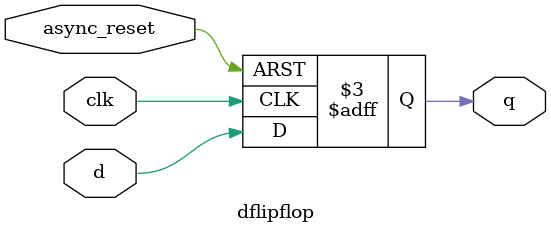
<source format=v>
module dflipflop(d, clk, async_reset, q);
  
  input d, clk, async_reset;
  output reg q;

  always @(posedge clk or negedge async_reset) 
  begin
    if (async_reset == 0)
      q <= 0;
    else 
      q <= d; 
  end 

endmodule // dflipflop

</source>
